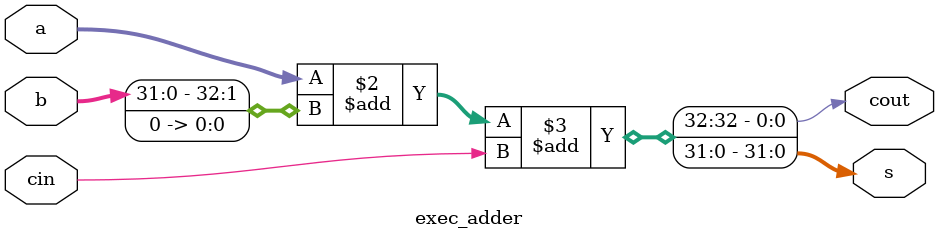
<source format=sv>
`timescale 1ns / 1ps


module exec_adder#(parameter N = 32)(a, b, cin, s, cout);
	input logic [N-1:0] a;
	input logic [N-1:0] b;
	output logic [N-1:0] s;
	input logic cin;
	output logic cout;
	assign {cout, s} = a + (b<<1) + cin;
endmodule

</source>
